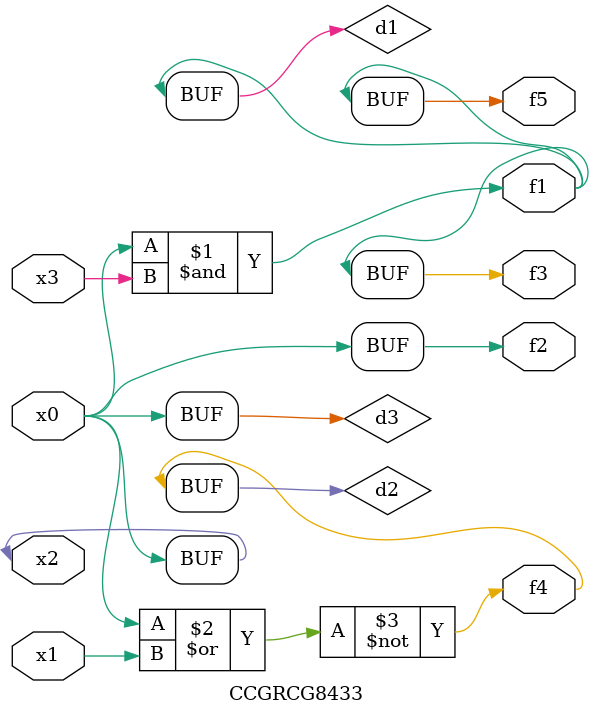
<source format=v>
module CCGRCG8433(
	input x0, x1, x2, x3,
	output f1, f2, f3, f4, f5
);

	wire d1, d2, d3;

	and (d1, x2, x3);
	nor (d2, x0, x1);
	buf (d3, x0, x2);
	assign f1 = d1;
	assign f2 = d3;
	assign f3 = d1;
	assign f4 = d2;
	assign f5 = d1;
endmodule

</source>
